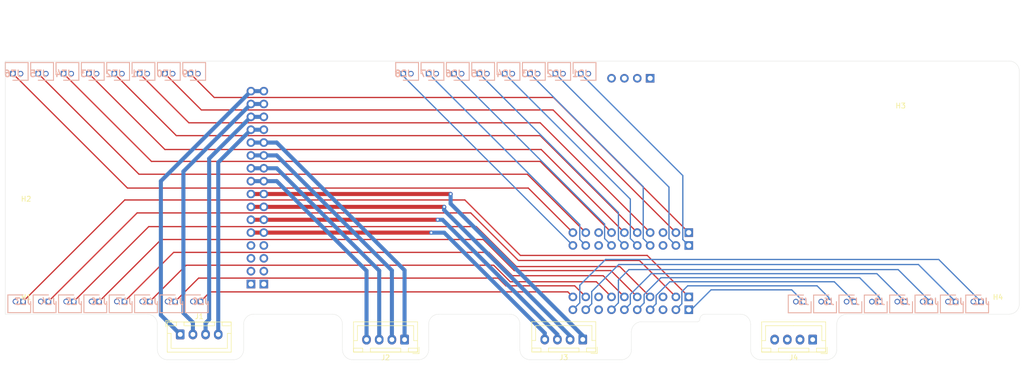
<source format=kicad_pcb>
(kicad_pcb (version 20240108) (generator "pcbnew") (generator_version "8.0")
  (layers (0 "F.Cu" signal) (31 "B.Cu" signal) (34 "B.Paste" user) (35 "F.Paste" user) (36 "B.SilkS" user "B.Silkscreen") (37 "F.SilkS" user "F.Silkscreen") (38 "B.Mask" user) (39 "F.Mask" user) (44 "Edge.Cuts" user))
  (net 0 "")
  (net 1 "Net-(J1-Pin_4)")
  (net 2 "Net-(J1-Pin_3)")
  (net 3 "Net-(J1-Pin_2)")
  (net 4 "Net-(J1-Pin_1)")
  (net 5 "Net-(J2-Pin_4)")
  (net 6 "Net-(J2-Pin_3)")
  (net 7 "Net-(J2-Pin_2)")
  (net 8 "Net-(J2-Pin_1)")
  (net 9 "Net-(J3-Pin_3)")
  (net 10 "Net-(J3-Pin_1)")
  (net 11 "Net-(J3-Pin_4)")
  (net 12 "Net-(J3-Pin_2)")
  (net 13 "Net-(J37-Pin_2)")
  (net 14 "Net-(J37-Pin_4)")
  (net 15 "Net-(J37-Pin_3)")
  (net 16 "Net-(J37-Pin_1)")
  (net 17 "T0")
  (net 18 "Earth")
  (net 19 "T1")
  (net 20 "T2")
  (net 21 "T3")
  (net 22 "T4")
  (net 23 "T5")
  (net 24 "T6")
  (net 25 "T7")
  (net 26 "T8")
  (net 27 "T9")
  (net 28 "T10")
  (net 29 "T11")
  (net 30 "T12")
  (net 31 "T13")
  (net 32 "T14")
  (net 33 "T15")
  (net 34 "T16")
  (net 35 "T17")
  (net 36 "T18")
  (net 37 "T19")
  (net 38 "T20")
  (net 39 "T21")
  (net 40 "T22")
  (net 41 "T23")
  (net 42 "T24")
  (net 43 "T25")
  (net 44 "T26")
  (net 45 "T27")
  (net 46 "T28")
  (net 47 "T29")
  (net 48 "T30")
  (net 49 "T31")
  (footprint "MountingHole:MountingHole_4.3mm_M4_DIN965" (layer "F.Cu") (at 246.8 103.9 180)
    (property "Reference" "H4" (at 0 -4.75 360) (layer "F.SilkS"))
    (property "Value" "MountingHole")
    (pad "" np_thru_hole circle (at 0 0 180) (size 4.3 4.3) (drill 4.3) (layers "*.Cu" "*.Mask"))
  )
  (footprint "Connector_PinHeader_2.54mm:PinHeader_1x04_P2.54mm_Vertical" (layer "F.Cu") (at 178.19 65.41 -90)
    (property "Reference" "J43" (hide yes))
    (property "Value" "B2B_DUMMY")
    (pad "1" thru_hole rect (at 0 0 270) (size 1.7 1.7) (drill 1) (layers "*.Cu" "*.Mask") (net 18 "Earth"))
    (pad "2" thru_hole oval (at 0 2.54 270) (size 1.7 1.7) (drill 1) (layers "*.Cu" "*.Mask") (net 18 "Earth"))
    (pad "3" thru_hole oval (at 0 5.08 270) (size 1.7 1.7) (drill 1) (layers "*.Cu" "*.Mask") (net 18 "Earth"))
    (pad "4" thru_hole oval (at 0 7.62 270) (size 1.7 1.7) (drill 1) (layers "*.Cu" "*.Mask") (net 18 "Earth"))
  )
  (footprint "Connector_JST:JST_XH_B4B-XH-A_1x04_P2.50mm_Vertical" (layer "F.Cu") (at 85.5 116)
    (property "Reference" "J1" (at 3.75 -3.55 360) (layer "F.SilkS"))
    (property "Value" "V11-14")
    (pad "1" thru_hole roundrect (at 0 0) (size 1.7 1.95) (drill 0.95) (layers "*.Cu" "*.Mask") (roundrect_rratio 0.147059) (net 4 "Net-(J1-Pin_1)"))
    (pad "2" thru_hole oval (at 2.5 0) (size 1.7 1.95) (drill 0.95) (layers "*.Cu" "*.Mask") (net 3 "Net-(J1-Pin_2)"))
    (pad "3" thru_hole oval (at 5 0) (size 1.7 1.95) (drill 0.95) (layers "*.Cu" "*.Mask") (net 2 "Net-(J1-Pin_3)"))
    (pad "4" thru_hole oval (at 7.5 0) (size 1.7 1.95) (drill 0.95) (layers "*.Cu" "*.Mask") (net 1 "Net-(J1-Pin_4)"))
  )
  (footprint "Connector_PinHeader_2.54mm:PinHeader_1x16_P2.54mm_Vertical" (layer "F.Cu") (at 99.45 106.05 180)
    (property "Reference" "J40" (hide yes))
    (property "Value" "B2B_CELL_TAPS_2")
    (pad "1" thru_hole rect (at 0 0 180) (size 1.7 1.7) (drill 1) (layers "*.Cu" "*.Mask") (net 16 "Net-(J37-Pin_1)"))
    (pad "2" thru_hole oval (at 0 2.54 180) (size 1.7 1.7) (drill 1) (layers "*.Cu" "*.Mask") (net 13 "Net-(J37-Pin_2)"))
    (pad "3" thru_hole oval (at 0 5.08 180) (size 1.7 1.7) (drill 1) (layers "*.Cu" "*.Mask") (net 15 "Net-(J37-Pin_3)"))
    (pad "4" thru_hole oval (at 0 7.62 180) (size 1.7 1.7) (drill 1) (layers "*.Cu" "*.Mask") (net 14 "Net-(J37-Pin_4)"))
    (pad "5" thru_hole oval (at 0 10.16 180) (size 1.7 1.7) (drill 1) (layers "*.Cu" "*.Mask") (net 11 "Net-(J3-Pin_4)"))
    (pad "6" thru_hole oval (at 0 12.7 180) (size 1.7 1.7) (drill 1) (layers "*.Cu" "*.Mask") (net 9 "Net-(J3-Pin_3)"))
    (pad "7" thru_hole oval (at 0 15.24 180) (size 1.7 1.7) (drill 1) (layers "*.Cu" "*.Mask") (net 12 "Net-(J3-Pin_2)"))
    (pad "8" thru_hole oval (at 0 17.78 180) (size 1.7 1.7) (drill 1) (layers "*.Cu" "*.Mask") (net 10 "Net-(J3-Pin_1)"))
    (pad "9" thru_hole oval (at 0 20.32 180) (size 1.7 1.7) (drill 1) (layers "*.Cu" "*.Mask") (net 5 "Net-(J2-Pin_4)"))
    (pad "10" thru_hole oval (at 0 22.86 180) (size 1.7 1.7) (drill 1) (layers "*.Cu" "*.Mask") (net 6 "Net-(J2-Pin_3)"))
    (pad "11" thru_hole oval (at 0 25.4 180) (size 1.7 1.7) (drill 1) (layers "*.Cu" "*.Mask") (net 7 "Net-(J2-Pin_2)"))
    (pad "12" thru_hole oval (at 0 27.94 180) (size 1.7 1.7) (drill 1) (layers "*.Cu" "*.Mask") (net 8 "Net-(J2-Pin_1)"))
    (pad "13" thru_hole oval (at 0 30.48 180) (size 1.7 1.7) (drill 1) (layers "*.Cu" "*.Mask") (net 1 "Net-(J1-Pin_4)"))
    (pad "14" thru_hole oval (at 0 33.02 180) (size 1.7 1.7) (drill 1) (layers "*.Cu" "*.Mask") (net 2 "Net-(J1-Pin_3)"))
    (pad "15" thru_hole oval (at 0 35.56 180) (size 1.7 1.7) (drill 1) (layers "*.Cu" "*.Mask") (net 3 "Net-(J1-Pin_2)"))
    (pad "16" thru_hole oval (at 0 38.1 180) (size 1.7 1.7) (drill 1) (layers "*.Cu" "*.Mask") (net 4 "Net-(J1-Pin_1)"))
  )
  (footprint "Connector_PinHeader_2.54mm:PinHeader_1x10_P2.54mm_Vertical" (layer "F.Cu") (at 185.81 111.13 -90)
    (property "Reference" "J38" (hide yes))
    (property "Value" "B2B_NTC_1")
    (pad "1" thru_hole rect (at 0 0 270) (size 1.7 1.7) (drill 1) (layers "*.Cu" "*.Mask") (net 17 "T0"))
    (pad "2" thru_hole oval (at 0 2.54 270) (size 1.7 1.7) (drill 1) (layers "*.Cu" "*.Mask") (net 19 "T1"))
    (pad "3" thru_hole oval (at 0 5.08 270) (size 1.7 1.7) (drill 1) (layers "*.Cu" "*.Mask") (net 18 "Earth"))
    (pad "4" thru_hole oval (at 0 7.62 270) (size 1.7 1.7) (drill 1) (layers "*.Cu" "*.Mask") (net 20 "T2"))
    (pad "5" thru_hole oval (at 0 10.16 270) (size 1.7 1.7) (drill 1) (layers "*.Cu" "*.Mask") (net 21 "T3"))
    (pad "6" thru_hole oval (at 0 12.7 270) (size 1.7 1.7) (drill 1) (layers "*.Cu" "*.Mask") (net 22 "T4"))
    (pad "7" thru_hole oval (at 0 15.24 270) (size 1.7 1.7) (drill 1) (layers "*.Cu" "*.Mask") (net 23 "T5"))
    (pad "8" thru_hole oval (at 0 17.78 270) (size 1.7 1.7) (drill 1) (layers "*.Cu" "*.Mask") (net 18 "Earth"))
    (pad "9" thru_hole oval (at 0 20.32 270) (size 1.7 1.7) (drill 1) (layers "*.Cu" "*.Mask") (net 24 "T6"))
    (pad "10" thru_hole oval (at 0 22.86 270) (size 1.7 1.7) (drill 1) (layers "*.Cu" "*.Mask") (net 25 "T7"))
  )
  (footprint "MountingHole:MountingHole_4.3mm_M4_DIN965" (layer "F.Cu") (at 55.1 103.9 180)
    (property "Reference" "H1" (at 0 -4.75 360) (layer "F.SilkS"))
    (property "Value" "MountingHole")
    (pad "" np_thru_hole circle (at 0 0 180) (size 4.3 4.3) (drill 4.3) (layers "*.Cu" "*.Mask"))
  )
  (footprint "MountingHole:MountingHole_4.3mm_M4_DIN965" (layer "F.Cu") (at 227.6 66.1 180)
    (property "Reference" "H3" (at 0 -4.75 360) (layer "F.SilkS"))
    (property "Value" "MountingHole")
    (pad "" np_thru_hole circle (at 0 0 180) (size 4.3 4.3) (drill 4.3) (layers "*.Cu" "*.Mask"))
  )
  (footprint "Connector_PinHeader_2.54mm:PinHeader_1x10_P2.54mm_Vertical" (layer "F.Cu") (at 185.81 108.59 -90)
    (property "Reference" "J39" (hide yes))
    (property "Value" "B2B_NTC_2")
    (pad "1" thru_hole rect (at 0 0 270) (size 1.7 1.7) (drill 1) (layers "*.Cu" "*.Mask") (net 26 "T8"))
    (pad "2" thru_hole oval (at 0 2.54 270) (size 1.7 1.7) (drill 1) (layers "*.Cu" "*.Mask") (net 27 "T9"))
    (pad "3" thru_hole oval (at 0 5.08 270) (size 1.7 1.7) (drill 1) (layers "*.Cu" "*.Mask") (net 18 "Earth"))
    (pad "4" thru_hole oval (at 0 7.62 270) (size 1.7 1.7) (drill 1) (layers "*.Cu" "*.Mask") (net 28 "T10"))
    (pad "5" thru_hole oval (at 0 10.16 270) (size 1.7 1.7) (drill 1) (layers "*.Cu" "*.Mask") (net 29 "T11"))
    (pad "6" thru_hole oval (at 0 12.7 270) (size 1.7 1.7) (drill 1) (layers "*.Cu" "*.Mask") (net 30 "T12"))
    (pad "7" thru_hole oval (at 0 15.24 270) (size 1.7 1.7) (drill 1) (layers "*.Cu" "*.Mask") (net 31 "T13"))
    (pad "8" thru_hole oval (at 0 17.78 270) (size 1.7 1.7) (drill 1) (layers "*.Cu" "*.Mask") (net 18 "Earth"))
    (pad "9" thru_hole oval (at 0 20.32 270) (size 1.7 1.7) (drill 1) (layers "*.Cu" "*.Mask") (net 32 "T14"))
    (pad "10" thru_hole oval (at 0 22.86 270) (size 1.7 1.7) (drill 1) (layers "*.Cu" "*.Mask") (net 33 "T15"))
  )
  (footprint "Connector_PinHeader_2.54mm:PinHeader_1x10_P2.54mm_Vertical" (layer "F.Cu") (at 185.81 98.43 -90)
    (property "Reference" "J41" (hide yes))
    (property "Value" "B2B_NTC_3")
    (pad "1" thru_hole rect (at 0 0 270) (size 1.7 1.7) (drill 1) (layers "*.Cu" "*.Mask") (net 34 "T16"))
    (pad "2" thru_hole oval (at 0 2.54 270) (size 1.7 1.7) (drill 1) (layers "*.Cu" "*.Mask") (net 35 "T17"))
    (pad "3" thru_hole oval (at 0 5.08 270) (size 1.7 1.7) (drill 1) (layers "*.Cu" "*.Mask") (net 18 "Earth"))
    (pad "4" thru_hole oval (at 0 7.62 270) (size 1.7 1.7) (drill 1) (layers "*.Cu" "*.Mask") (net 36 "T18"))
    (pad "5" thru_hole oval (at 0 10.16 270) (size 1.7 1.7) (drill 1) (layers "*.Cu" "*.Mask") (net 37 "T19"))
    (pad "6" thru_hole oval (at 0 12.7 270) (size 1.7 1.7) (drill 1) (layers "*.Cu" "*.Mask") (net 38 "T20"))
    (pad "7" thru_hole oval (at 0 15.24 270) (size 1.7 1.7) (drill 1) (layers "*.Cu" "*.Mask") (net 39 "T21"))
    (pad "8" thru_hole oval (at 0 17.78 270) (size 1.7 1.7) (drill 1) (layers "*.Cu" "*.Mask") (net 18 "Earth"))
    (pad "9" thru_hole oval (at 0 20.32 270) (size 1.7 1.7) (drill 1) (layers "*.Cu" "*.Mask") (net 40 "T22"))
    (pad "10" thru_hole oval (at 0 22.86 270) (size 1.7 1.7) (drill 1) (layers "*.Cu" "*.Mask") (net 41 "T23"))
  )
  (footprint "MountingHole:MountingHole_4.3mm_M4_DIN965" (layer "F.Cu") (at 55.1 84.5 180)
    (property "Reference" "H2" (at 0 -4.75 360) (layer "F.SilkS"))
    (property "Value" "MountingHole")
    (pad "" np_thru_hole circle (at 0 0 180) (size 4.3 4.3) (drill 4.3) (layers "*.Cu" "*.Mask"))
  )
  (footprint "Connector_JST:JST_XH_B4B-XH-A_1x04_P2.50mm_Vertical" (layer "F.Cu") (at 164.9 117 180)
    (property "Reference" "J3" (at 3.75 -3.55 360) (layer "F.SilkS"))
    (property "Value" "V3-6")
    (pad "1" thru_hole roundrect (at 0 0 180) (size 1.7 1.95) (drill 0.95) (layers "*.Cu" "*.Mask") (roundrect_rratio 0.147059) (net 10 "Net-(J3-Pin_1)"))
    (pad "2" thru_hole oval (at 2.5 0 180) (size 1.7 1.95) (drill 0.95) (layers "*.Cu" "*.Mask") (net 12 "Net-(J3-Pin_2)"))
    (pad "3" thru_hole oval (at 5 0 180) (size 1.7 1.95) (drill 0.95) (layers "*.Cu" "*.Mask") (net 9 "Net-(J3-Pin_3)"))
    (pad "4" thru_hole oval (at 7.5 0 180) (size 1.7 1.95) (drill 0.95) (layers "*.Cu" "*.Mask") (net 11 "Net-(J3-Pin_4)"))
  )
  (footprint "Connector_PinHeader_2.54mm:PinHeader_1x10_P2.54mm_Vertical" (layer "F.Cu") (at 185.81 95.89 -90)
    (property "Reference" "J42" (hide yes))
    (property "Value" "B2B_NTC_4")
    (pad "1" thru_hole rect (at 0 0 270) (size 1.7 1.7) (drill 1) (layers "*.Cu" "*.Mask") (net 42 "T24"))
    (pad "2" thru_hole oval (at 0 2.54 270) (size 1.7 1.7) (drill 1) (layers "*.Cu" "*.Mask") (net 43 "T25"))
    (pad "3" thru_hole oval (at 0 5.08 270) (size 1.7 1.7) (drill 1) (layers "*.Cu" "*.Mask") (net 18 "Earth"))
    (pad "4" thru_hole oval (at 0 7.62 270) (size 1.7 1.7) (drill 1) (layers "*.Cu" "*.Mask") (net 44 "T26"))
    (pad "5" thru_hole oval (at 0 10.16 270) (size 1.7 1.7) (drill 1) (layers "*.Cu" "*.Mask") (net 45 "T27"))
    (pad "6" thru_hole oval (at 0 12.7 270) (size 1.7 1.7) (drill 1) (layers "*.Cu" "*.Mask") (net 46 "T28"))
    (pad "7" thru_hole oval (at 0 15.24 270) (size 1.7 1.7) (drill 1) (layers "*.Cu" "*.Mask") (net 47 "T29"))
    (pad "8" thru_hole oval (at 0 17.78 270) (size 1.7 1.7) (drill 1) (layers "*.Cu" "*.Mask") (net 18 "Earth"))
    (pad "9" thru_hole oval (at 0 20.32 270) (size 1.7 1.7) (drill 1) (layers "*.Cu" "*.Mask") (net 48 "T30"))
    (pad "10" thru_hole oval (at 0 22.86 270) (size 1.7 1.7) (drill 1) (layers "*.Cu" "*.Mask") (net 49 "T31"))
  )
  (footprint "Connector_JST:JST_XH_B4B-XH-A_1x04_P2.50mm_Vertical" (layer "F.Cu") (at 129.75 117.025 180)
    (property "Reference" "J2" (at 3.75 -3.55 360) (layer "F.SilkS"))
    (property "Value" "V7-10")
    (pad "1" thru_hole roundrect (at 0 0 180) (size 1.7 1.95) (drill 0.95) (layers "*.Cu" "*.Mask") (roundrect_rratio 0.147059) (net 8 "Net-(J2-Pin_1)"))
    (pad "2" thru_hole oval (at 2.5 0 180) (size 1.7 1.95) (drill 0.95) (layers "*.Cu" "*.Mask") (net 7 "Net-(J2-Pin_2)"))
    (pad "3" thru_hole oval (at 5 0 180) (size 1.7 1.95) (drill 0.95) (layers "*.Cu" "*.Mask") (net 6 "Net-(J2-Pin_3)"))
    (pad "4" thru_hole oval (at 7.5 0 180) (size 1.7 1.95) (drill 0.95) (layers "*.Cu" "*.Mask") (net 5 "Net-(J2-Pin_4)"))
  )
  (footprint "Connector_JST:JST_XH_B4B-XH-A_1x04_P2.50mm_Vertical" (layer "F.Cu") (at 210.25 117.025 180)
    (property "Reference" "J4" (at 3.75 -3.55 360) (layer "F.SilkS"))
    (property "Value" "V0-2")
    (pad "1" thru_hole roundrect (at 0 0 180) (size 1.7 1.95) (drill 0.95) (layers "*.Cu" "*.Mask") (roundrect_rratio 0.147059) (net 14 "Net-(J37-Pin_4)"))
    (pad "2" thru_hole oval (at 2.5 0 180) (size 1.7 1.95) (drill 0.95) (layers "*.Cu" "*.Mask") (net 15 "Net-(J37-Pin_3)"))
    (pad "3" thru_hole oval (at 5 0 180) (size 1.7 1.95) (drill 0.95) (layers "*.Cu" "*.Mask") (net 13 "Net-(J37-Pin_2)"))
    (pad "4" thru_hole oval (at 7.5 0 180) (size 1.7 1.95) (drill 0.95) (layers "*.Cu" "*.Mask") (net 16 "Net-(J37-Pin_1)"))
  )
  (footprint "Connector_PinHeader_2.54mm:PinHeader_1x16_P2.54mm_Vertical" (layer "F.Cu") (at 101.99 106.05 180)
    (property "Reference" "J37" (hide yes))
    (property "Value" "B2B_CELL_TAPS_1")
    (pad "1" thru_hole rect (at 0 0 180) (size 1.7 1.7) (drill 1) (layers "*.Cu" "*.Mask") (net 16 "Net-(J37-Pin_1)"))
    (pad "2" thru_hole oval (at 0 2.54 180) (size 1.7 1.7) (drill 1) (layers "*.Cu" "*.Mask") (net 13 "Net-(J37-Pin_2)"))
    (pad "3" thru_hole oval (at 0 5.08 180) (size 1.7 1.7) (drill 1) (layers "*.Cu" "*.Mask") (net 15 "Net-(J37-Pin_3)"))
    (pad "4" thru_hole oval (at 0 7.62 180) (size 1.7 1.7) (drill 1) (layers "*.Cu" "*.Mask") (net 14 "Net-(J37-Pin_4)"))
    (pad "5" thru_hole oval (at 0 10.16 180) (size 1.7 1.7) (drill 1) (layers "*.Cu" "*.Mask") (net 11 "Net-(J3-Pin_4)"))
    (pad "6" thru_hole oval (at 0 12.7 180) (size 1.7 1.7) (drill 1) (layers "*.Cu" "*.Mask") (net 9 "Net-(J3-Pin_3)"))
    (pad "7" thru_hole oval (at 0 15.24 180) (size 1.7 1.7) (drill 1) (layers "*.Cu" "*.Mask") (net 12 "Net-(J3-Pin_2)"))
    (pad "8" thru_hole oval (at 0 17.78 180) (size 1.7 1.7) (drill 1) (layers "*.Cu" "*.Mask") (net 10 "Net-(J3-Pin_1)"))
    (pad "9" thru_hole oval (at 0 20.32 180) (size 1.7 1.7) (drill 1) (layers "*.Cu" "*.Mask") (net 5 "Net-(J2-Pin_4)"))
    (pad "10" thru_hole oval (at 0 22.86 180) (size 1.7 1.7) (drill 1) (layers "*.Cu" "*.Mask") (net 6 "Net-(J2-Pin_3)"))
    (pad "11" thru_hole oval (at 0 25.4 180) (size 1.7 1.7) (drill 1) (layers "*.Cu" "*.Mask") (net 7 "Net-(J2-Pin_2)"))
    (pad "12" thru_hole oval (at 0 27.94 180) (size 1.7 1.7) (drill 1) (layers "*.Cu" "*.Mask") (net 8 "Net-(J2-Pin_1)"))
    (pad "13" thru_hole oval (at 0 30.48 180) (size 1.7 1.7) (drill 1) (layers "*.Cu" "*.Mask") (net 1 "Net-(J1-Pin_4)"))
    (pad "14" thru_hole oval (at 0 33.02 180) (size 1.7 1.7) (drill 1) (layers "*.Cu" "*.Mask") (net 2 "Net-(J1-Pin_3)"))
    (pad "15" thru_hole oval (at 0 35.56 180) (size 1.7 1.7) (drill 1) (layers "*.Cu" "*.Mask") (net 3 "Net-(J1-Pin_2)"))
    (pad "16" thru_hole oval (at 0 38.1 180) (size 1.7 1.7) (drill 1) (layers "*.Cu" "*.Mask") (net 4 "Net-(J1-Pin_1)"))
  )
  (footprint "Samacsys:SHDR2W50P0X150_1X2_450X350X450P" (layer "B.Cu") (at 79.5 109.5)
    (property "Reference" "J18" (at 0 0 0) (layer "B.SilkS") (effects (font (size 1.27 1.27) (thickness 0.254)) (justify mirror)))
    (property "Value" "Conn_01x02_Pin" (hide yes))
    (pad "1" thru_hole rect (at 0 0) (size 1.1 1.1) (drill 0.7) (layers "*.Cu" "*.Mask") (net 31 "T13"))
    (pad "2" thru_hole circle (at -1.5 0) (size 1.1 1.1) (drill 0.7) (layers "*.Cu" "*.Mask") (net 18 "Earth"))
  )
  (footprint "Samacsys:SHDR2W50P0X150_1X2_450X350X450P" (layer "B.Cu") (at 139.5 64.5 180)
    (property "Reference" "J26" (at 0 0 0) (layer "B.SilkS") (effects (font (size 1.27 1.27) (thickness 0.254)) (justify mirror)))
    (property "Value" "Conn_01x02_Pin" (hide yes))
    (pad "1" thru_hole rect (at 0 0 180) (size 1.1 1.1) (drill 0.7) (layers "*.Cu" "*.Mask") (net 39 "T21"))
    (pad "2" thru_hole circle (at -1.5 0 180) (size 1.1 1.1) (drill 0.7) (layers "*.Cu" "*.Mask") (net 18 "Earth"))
  )
  (footprint "Samacsys:SHDR2W50P0X150_1X2_450X350X450P" (layer "B.Cu") (at 129.5 64.5 180)
    (property "Reference" "J28" (at 0 0 0) (layer "B.SilkS") (effects (font (size 1.27 1.27) (thickness 0.254)) (justify mirror)))
    (property "Value" "Conn_01x02_Pin" (hide yes))
    (pad "1" thru_hole rect (at 0 0 180) (size 1.1 1.1) (drill 0.7) (layers "*.Cu" "*.Mask") (net 41 "T23"))
    (pad "2" thru_hole circle (at -1.5 0 180) (size 1.1 1.1) (drill 0.7) (layers "*.Cu" "*.Mask") (net 18 "Earth"))
  )
  (footprint "Samacsys:SHDR2W50P0X150_1X2_450X350X450P" (layer "B.Cu") (at 89.5 109.5)
    (property "Reference" "J20" (at 0 0 0) (layer "B.SilkS") (effects (font (size 1.27 1.27) (thickness 0.254)) (justify mirror)))
    (property "Value" "Conn_01x02_Pin" (hide yes))
    (pad "1" thru_hole rect (at 0 0) (size 1.1 1.1) (drill 0.7) (layers "*.Cu" "*.Mask") (net 33 "T15"))
    (pad "2" thru_hole circle (at -1.5 0) (size 1.1 1.1) (drill 0.7) (layers "*.Cu" "*.Mask") (net 18 "Earth"))
  )
  (footprint "Samacsys:SHDR2W50P0X150_1X2_450X350X450P" (layer "B.Cu") (at 223.438 109.525)
    (property "Reference" "J8" (at 0 0 0) (layer "B.SilkS") (effects (font (size 1.27 1.27) (thickness 0.254)) (justify mirror)))
    (property "Value" "Conn_01x02_Pin" (hide yes))
    (pad "1" thru_hole rect (at 0 0) (size 1.1 1.1) (drill 0.7) (layers "*.Cu" "*.Mask") (net 21 "T3"))
    (pad "2" thru_hole circle (at -1.5 0) (size 1.1 1.1) (drill 0.7) (layers "*.Cu" "*.Mask") (net 18 "Earth"))
  )
  (footprint "Samacsys:SHDR2W50P0X150_1X2_450X350X450P" (layer "B.Cu") (at 134.5 64.5 180)
    (property "Reference" "J27" (at 0 0 0) (layer "B.SilkS") (effects (font (size 1.27 1.27) (thickness 0.254)) (justify mirror)))
    (property "Value" "Conn_01x02_Pin" (hide yes))
    (pad "1" thru_hole rect (at 0 0 180) (size 1.1 1.1) (drill 0.7) (layers "*.Cu" "*.Mask") (net 40 "T22"))
    (pad "2" thru_hole circle (at -1.5 0 180) (size 1.1 1.1) (drill 0.7) (layers "*.Cu" "*.Mask") (net 18 "Earth"))
  )
  (footprint "Samacsys:SHDR2W50P0X150_1X2_450X350X450P" (layer "B.Cu") (at 164.5 64.5 180)
    (property "Reference" "J21" (at 0 0 0) (layer "B.SilkS") (effects (font (size 1.27 1.27) (thickness 0.254)) (justify mirror)))
    (property "Value" "Conn_01x02_Pin" (hide yes))
    (pad "1" thru_hole rect (at 0 0 180) (size 1.1 1.1) (drill 0.7) (layers "*.Cu" "*.Mask") (net 34 "T16"))
    (pad "2" thru_hole circle (at -1.5 0 180) (size 1.1 1.1) (drill 0.7) (layers "*.Cu" "*.Mask") (net 18 "Earth"))
  )
  (footprint "Samacsys:SHDR2W50P0X150_1X2_450X350X450P" (layer "B.Cu") (at 159.5 64.5 180)
    (property "Reference" "J22" (at 0 0 0) (layer "B.SilkS") (effects (font (size 1.27 1.27) (thickness 0.254)) (justify mirror)))
    (property "Value" "Conn_01x02_Pin" (hide yes))
    (pad "1" thru_hole rect (at 0 0 180) (size 1.1 1.1) (drill 0.7) (layers "*.Cu" "*.Mask") (net 35 "T17"))
    (pad "2" thru_hole circle (at -1.5 0 180) (size 1.1 1.1) (drill 0.7) (layers "*.Cu" "*.Mask") (net 18 "Earth"))
  )
  (footprint "Samacsys:SHDR2W50P0X150_1X2_450X350X450P" (layer "B.Cu") (at 218.438 109.525)
    (property "Reference" "J7" (at 0 0 0) (layer "B.SilkS") (effects (font (size 1.27 1.27) (thickness 0.254)) (justify mirror)))
    (property "Value" "Conn_01x02_Pin" (hide yes))
    (pad "1" thru_hole rect (at 0 0) (size 1.1 1.1) (drill 0.7) (layers "*.Cu" "*.Mask") (net 20 "T2"))
    (pad "2" thru_hole circle (at -1.5 0) (size 1.1 1.1) (drill 0.7) (layers "*.Cu" "*.Mask") (net 18 "Earth"))
  )
  (footprint "Samacsys:SHDR2W50P0X150_1X2_450X350X450P" (layer "B.Cu") (at 62.5 64.5 180)
    (property "Reference" "J34" (at 0 0 0) (layer "B.SilkS") (effects (font (size 1.27 1.27) (thickness 0.254)) (justify mirror)))
    (property "Value" "Conn_01x02_Pin" (hide yes))
    (pad "1" thru_hole rect (at 0 0 180) (size 1.1 1.1) (drill 0.7) (layers "*.Cu" "*.Mask") (net 47 "T29"))
    (pad "2" thru_hole circle (at -1.5 0 180) (size 1.1 1.1) (drill 0.7) (layers "*.Cu" "*.Mask") (net 18 "Earth"))
  )
  (footprint "Samacsys:SHDR2W50P0X150_1X2_450X350X450P" (layer "B.Cu") (at 149.5 64.5 180)
    (property "Reference" "J24" (at 0 0 0) (layer "B.SilkS") (effects (font (size 1.27 1.27) (thickness 0.254)) (justify mirror)))
    (property "Value" "Conn_01x02_Pin" (hide yes))
    (pad "1" thru_hole rect (at 0 0 180) (size 1.1 1.1) (drill 0.7) (layers "*.Cu" "*.Mask") (net 37 "T19"))
    (pad "2" thru_hole circle (at -1.5 0 180) (size 1.1 1.1) (drill 0.7) (layers "*.Cu" "*.Mask") (net 18 "Earth"))
  )
  (footprint "Samacsys:SHDR2W50P0X150_1X2_450X350X450P" (layer "B.Cu") (at 64.5 109.5)
    (property "Reference" "J15" (at 0 0 0) (layer "B.SilkS") (effects (font (size 1.27 1.27) (thickness 0.254)) (justify mirror)))
    (property "Value" "Conn_01x02_Pin" (hide yes))
    (pad "1" thru_hole rect (at 0 0) (size 1.1 1.1) (drill 0.7) (layers "*.Cu" "*.Mask") (net 28 "T10"))
    (pad "2" thru_hole circle (at -1.5 0) (size 1.1 1.1) (drill 0.7) (layers "*.Cu" "*.Mask") (net 18 "Earth"))
  )
  (footprint "Samacsys:SHDR2W50P0X150_1X2_450X350X450P" (layer "B.Cu") (at 82.5 64.5 180)
    (property "Reference" "J30" (at 0 0 0) (layer "B.SilkS") (effects (font (size 1.27 1.27) (thickness 0.254)) (justify mirror)))
    (property "Value" "Conn_01x02_Pin" (hide yes))
    (pad "1" thru_hole rect (at 0 0 180) (size 1.1 1.1) (drill 0.7) (layers "*.Cu" "*.Mask") (net 43 "T25"))
    (pad "2" thru_hole circle (at -1.5 0 180) (size 1.1 1.1) (drill 0.7) (layers "*.Cu" "*.Mask") (net 18 "Earth"))
  )
  (footprint "Samacsys:SHDR2W50P0X150_1X2_450X350X450P" (layer "B.Cu") (at 52.5 64.5 180)
    (property "Reference" "J36" (at 0 0 0) (layer "B.SilkS") (effects (font (size 1.27 1.27) (thickness 0.254)) (justify mirror)))
    (property "Value" "Conn_01x02_Pin" (hide yes))
    (pad "1" thru_hole rect (at 0 0 180) (size 1.1 1.1) (drill 0.7) (layers "*.Cu" "*.Mask") (net 49 "T31"))
    (pad "2" thru_hole circle (at -1.5 0 180) (size 1.1 1.1) (drill 0.7) (layers "*.Cu" "*.Mask") (net 18 "Earth"))
  )
  (footprint "Samacsys:SHDR2W50P0X150_1X2_450X350X450P" (layer "B.Cu") (at 67.5 64.5 180)
    (property "Reference" "J33" (at 0 0 0) (layer "B.SilkS") (effects (font (size 1.27 1.27) (thickness 0.254)) (justify mirror)))
    (property "Value" "Conn_01x02_Pin" (hide yes))
    (pad "1" thru_hole rect (at 0 0 180) (size 1.1 1.1) (drill 0.7) (layers "*.Cu" "*.Mask") (net 46 "T28"))
    (pad "2" thru_hole circle (at -1.5 0 180) (size 1.1 1.1) (drill 0.7) (layers "*.Cu" "*.Mask") (net 18 "Earth"))
  )
  (footprint "Samacsys:SHDR2W50P0X150_1X2_450X350X450P" (layer "B.Cu") (at 228.438 109.525)
    (property "Reference" "J9" (at 0 0 0) (layer "B.SilkS") (effects (font (size 1.27 1.27) (thickness 0.254)) (justify mirror)))
    (property "Value" "Conn_01x02_Pin" (hide yes))
    (pad "1" thru_hole rect (at 0 0) (size 1.1 1.1) (drill 0.7) (layers "*.Cu" "*.Mask") (net 22 "T4"))
    (pad "2" thru_hole circle (at -1.5 0) (size 1.1 1.1) (drill 0.7) (layers "*.Cu" "*.Mask") (net 18 "Earth"))
  )
  (footprint "Samacsys:SHDR2W50P0X150_1X2_450X350X450P" (layer "B.Cu") (at 154.5 64.5 180)
    (property "Reference" "J23" (at 0 0 0) (layer "B.SilkS") (effects (font (size 1.27 1.27) (thickness 0.254)) (justify mirror)))
    (property "Value" "Conn_01x02_Pin" (hide yes))
    (pad "1" thru_hole rect (at 0 0 180) (size 1.1 1.1) (drill 0.7) (layers "*.Cu" "*.Mask") (net 36 "T18"))
    (pad "2" thru_hole circle (at -1.5 0 180) (size 1.1 1.1) (drill 0.7) (layers "*.Cu" "*.Mask") (net 18 "Earth"))
  )
  (footprint "Samacsys:SHDR2W50P0X150_1X2_450X350X450P" (layer "B.Cu") (at 77.5 64.5 180)
    (property "Reference" "J31" (at 0 0 0) (layer "B.SilkS") (effects (font (size 1.27 1.27) (thickness 0.254)) (justify mirror)))
    (property "Value" "Conn_01x02_Pin" (hide yes))
    (pad "1" thru_hole rect (at 0 0 180) (size 1.1 1.1) (drill 0.7) (layers "*.Cu" "*.Mask") (net 44 "T26"))
    (pad "2" thru_hole circle (at -1.5 0 180) (size 1.1 1.1) (drill 0.7) (layers "*.Cu" "*.Mask") (net 18 "Earth"))
  )
  (footprint "Samacsys:SHDR2W50P0X150_1X2_450X350X450P" (layer "B.Cu") (at 69.5 109.5)
    (property "Reference" "J16" (at 0 0 0) (layer "B.SilkS") (effects (font (size 1.27 1.27) (thickness 0.254)) (justify mirror)))
    (property "Value" "Conn_01x02_Pin" (hide yes))
    (pad "1" thru_hole rect (at 0 0) (size 1.1 1.1) (drill 0.7) (layers "*.Cu" "*.Mask") (net 29 "T11"))
    (pad "2" thru_hole circle (at -1.5 0) (size 1.1 1.1) (drill 0.7) (layers "*.Cu" "*.Mask") (net 18 "Earth"))
  )
  (footprint "Samacsys:SHDR2W50P0X150_1X2_450X350X450P" (layer "B.Cu") (at 144.5 64.5 180)
    (property "Reference" "J25" (at 0 0 0) (layer "B.SilkS") (effects (font (size 1.27 1.27) (thickness 0.254)) (justify mirror)))
    (property "Value" "Conn_01x02_Pin" (hide yes))
    (pad "1" thru_hole rect (at 0 0 180) (size 1.1 1.1) (drill 0.7) (layers "*.Cu" "*.Mask") (net 38 "T20"))
    (pad "2" thru_hole circle (at -1.5 0 180) (size 1.1 1.1) (drill 0.7) (layers "*.Cu" "*.Mask") (net 18 "Earth"))
  )
  (footprint "Samacsys:SHDR2W50P0X150_1X2_450X350X450P" (layer "B.Cu") (at 72.5 64.5 180)
    (property "Reference" "J32" (at 0 0 0) (layer "B.SilkS") (effects (font (size 1.27 1.27) (thickness 0.254)) (justify mirror)))
    (property "Value" "Conn_01x02_Pin" (hide yes))
    (pad "1" thru_hole rect (at 0 0 180) (size 1.1 1.1) (drill 0.7) (layers "*.Cu" "*.Mask") (net 45 "T27"))
    (pad "2" thru_hole circle (at -1.5 0 180) (size 1.1 1.1) (drill 0.7) (layers "*.Cu" "*.Mask") (net 18 "Earth"))
  )
  (footprint "Samacsys:SHDR2W50P0X150_1X2_450X350X450P" (layer "B.Cu") (at 213.438 109.525)
    (property "Reference" "J6" (at 0 0 0) (layer "B.SilkS") (effects (font (size 1.27 1.27) (thickness 0.254)) (justify mirror)))
    (property "Value" "Conn_01x02_Pin" (hide yes))
    (pad "1" thru_hole rect (at 0 0) (size 1.1 1.1) (drill 0.7) (layers "*.Cu" "*.Mask") (net 19 "T1"))
    (pad "2" thru_hole circle (at -1.5 0) (size 1.1 1.1) (drill 0.7) (layers "*.Cu" "*.Mask") (net 18 "Earth"))
  )
  (footprint "Samacsys:SHDR2W50P0X150_1X2_450X350X450P" (layer "B.Cu") (at 238.438 109.525)
    (property "Reference" "J11" (at 0 0 0) (layer "B.SilkS") (effects (font (size 1.27 1.27) (thickness 0.254)) (justify mirror)))
    (property "Value" "Conn_01x02_Pin" (hide yes))
    (pad "1" thru_hole rect (at 0 0) (size 1.1 1.1) (drill 0.7) (layers "*.Cu" "*.Mask") (net 24 "T6"))
    (pad "2" thru_hole circle (at -1.5 0) (size 1.1 1.1) (drill 0.7) (layers "*.Cu" "*.Mask") (net 18 "Earth"))
  )
  (footprint "Samacsys:SHDR2W50P0X150_1X2_450X350X450P" (layer "B.Cu") (at 54.5 109.5)
    (property "Reference" "J13" (at 0 0 0) (layer "B.SilkS") (effects (font (size 1.27 1.27) (thickness 0.254)) (justify mirror)))
    (property "Value" "Conn_01x02_Pin" (hide yes))
    (pad "1" thru_hole rect (at 0 0) (size 1.1 1.1) (drill 0.7) (layers "*.Cu" "*.Mask") (net 26 "T8"))
    (pad "2" thru_hole circle (at -1.5 0) (size 1.1 1.1) (drill 0.7) (layers "*.Cu" "*.Mask") (net 18 "Earth"))
  )
  (footprint "Samacsys:SHDR2W50P0X150_1X2_450X350X450P" (layer "B.Cu") (at 87.5 64.5 180)
    (property "Reference" "J29" (at 0 0 0) (layer "B.SilkS") (effects (font (size 1.27 1.27) (thickness 0.254)) (justify mirror)))
    (property "Value" "Conn_01x02_Pin" (hide yes))
    (pad "1" thru_hole rect (at 0 0 180) (size 1.1 1.1) (drill 0.7) (layers "*.Cu" "*.Mask") (net 42 "T24"))
    (pad "2" thru_hole circle (at -1.5 0 180) (size 1.1 1.1) (drill 0.7) (layers "*.Cu" "*.Mask") (net 18 "Earth"))
  )
  (footprint "Samacsys:SHDR2W50P0X150_1X2_450X350X450P" (layer "B.Cu") (at 74.5 109.5)
    (property "Reference" "J17" (at 0 0 0) (layer "B.SilkS") (effects (font (size 1.27 1.27) (thickness 0.254)) (justify mirror)))
    (property "Value" "Conn_01x02_Pin" (hide yes))
    (pad "1" thru_hole rect (at 0 0) (size 1.1 1.1) (drill 0.7) (layers "*.Cu" "*.Mask") (net 30 "T12"))
    (pad "2" thru_hole circle (at -1.5 0) (size 1.1 1.1) (drill 0.7) (layers "*.Cu" "*.Mask") (net 18 "Earth"))
  )
  (footprint "Samacsys:SHDR2W50P0X150_1X2_450X350X450P" (layer "B.Cu") (at 57.5 64.5 180)
    (property "Reference" "J35" (at 0 0 0) (layer "B.SilkS") (effects (font (size 1.27 1.27) (thickness 0.254)) (justify mirror)))
    (property "Value" "Conn_01x02_Pin" (hide yes))
    (pad "1" thru_hole rect (at 0 0 180) (size 1.1 1.1) (drill 0.7) (layers "*.Cu" "*.Mask") (net 48 "T30"))
    (pad "2" thru_hole circle (at -1.5 0 180) (size 1.1 1.1) (drill 0.7) (layers "*.Cu" "*.Mask") (net 18 "Earth"))
  )
  (footprint "Samacsys:SHDR2W50P0X150_1X2_450X350X450P" (layer "B.Cu") (at 233.438 109.525)
    (property "Reference" "J10" (at 0 0 0) (layer "B.SilkS") (effects (font (size 1.27 1.27) (thickness 0.254)) (justify mirror)))
    (property "Value" "Conn_01x02_Pin" (hide yes))
    (pad "1" thru_hole rect (at 0 0) (size 1.1 1.1) (drill 0.7) (layers "*.Cu" "*.Mask") (net 23 "T5"))
    (pad "2" thru_hole circle (at -1.5 0) (size 1.1 1.1) (drill 0.7) (layers "*.Cu" "*.Mask") (net 18 "Earth"))
  )
  (footprint "Samacsys:SHDR2W50P0X150_1X2_450X350X450P" (layer "B.Cu") (at 59.5 109.5)
    (property "Reference" "J14" (at 0 0 0) (layer "B.SilkS") (effects (font (size 1.27 1.27) (thickness 0.254)) (justify mirror)))
    (property "Value" "Conn_01x02_Pin" (hide yes))
    (pad "1" thru_hole rect (at 0 0) (size 1.1 1.1) (drill 0.7) (layers "*.Cu" "*.Mask") (net 27 "T9"))
    (pad "2" thru_hole circle (at -1.5 0) (size 1.1 1.1) (drill 0.7) (layers "*.Cu" "*.Mask") (net 18 "Earth"))
  )
  (footprint "Samacsys:SHDR2W50P0X150_1X2_450X350X450P" (layer "B.Cu") (at 84.5 109.5)
    (property "Reference" "J19" (at 0 0 0) (layer "B.SilkS") (effects (font (size 1.27 1.27) (thickness 0.254)) (justify mirror)))
    (property "Value" "Conn_01x02_Pin" (hide yes))
    (pad "1" thru_hole rect (at 0 0) (size 1.1 1.1) (drill 0.7) (layers "*.Cu" "*.Mask") (net 32 "T14"))
    (pad "2" thru_hole circle (at -1.5 0) (size 1.1 1.1) (drill 0.7) (layers "*.Cu" "*.Mask") (net 18 "Earth"))
  )
  (footprint "Samacsys:SHDR2W50P0X150_1X2_450X350X450P" (layer "B.Cu") (at 243.438 109.525)
    (property "Reference" "J12" (at 0 0 0) (layer "B.SilkS") (effects (font (size 1.27 1.27) (thickness 0.254)) (justify mirror)))
    (property "Value" "Conn_01x02_Pin" (hide yes))
    (pad "1" thru_hole rect (at 0 0) (size 1.1 1.1) (drill 0.7) (layers "*.Cu" "*.Mask") (net 25 "T7"))
    (pad "2" thru_hole circle (at -1.5 0) (size 1.1 1.1) (drill 0.7) (layers "*.Cu" "*.Mask") (net 18 "Earth"))
  )
  (footprint "Samacsys:SHDR2W50P0X150_1X2_450X350X450P" (layer "B.Cu") (at 208.438 109.525)
    (property "Reference" "J5" (at 0 0 0) (layer "B.SilkS") (effects (font (size 1.27 1.27) (thickness 0.254)) (justify mirror)))
    (property "Value" "Conn_01x02_Pin" (hide yes))
    (pad "1" thru_hole rect (at 0 0) (size 1.1 1.1) (drill 0.7) (layers "*.Cu" "*.Mask") (net 17 "T0"))
    (pad "2" thru_hole circle (at -1.5 0) (size 1.1 1.1) (drill 0.7) (layers "*.Cu" "*.Mask") (net 18 "Earth"))
  )
  (gr_arc (start 79 112) (mid 80.414214 112.585786) (end 81 114) (stroke (width 0.05)) (layer "Edge.Cuts"))
  (gr_line (start 152.5 119) (end 152.5 114) (stroke (width 0.05)) (layer "Edge.Cuts"))
  (gr_arc (start 98 114) (mid 98.585786 112.585786) (end 100 112) (stroke (width 0.05)) (layer "Edge.Cuts"))
  (gr_arc (start 119.5 121) (mid 118.085786 120.414214) (end 117.5 119) (stroke (width 0.05)) (layer "Edge.Cuts"))
  (gr_arc (start 215 119) (mid 214.414214 120.414214) (end 213 121) (stroke (width 0.05)) (layer "Edge.Cuts"))
  (gr_arc (start 174.5 115.5) (mid 175.085786 114.085786) (end 176.5 113.5) (stroke (width 0.05)) (layer "Edge.Cuts"))
  (gr_arc (start 200 121) (mid 198.585786 120.414214) (end 198 119) (stroke (width 0.05)) (layer "Edge.Cuts"))
  (gr_line (start 215 114) (end 215 119) (stroke (width 0.05)) (layer "Edge.Cuts"))
  (gr_arc (start 154.5 121) (mid 153.085786 120.414214) (end 152.5 119) (stroke (width 0.05)) (layer "Edge.Cuts"))
  (gr_arc (start 249 62) (mid 250.414214 62.585786) (end 251 64) (stroke (width 0.05)) (layer "Edge.Cuts"))
  (gr_line (start 136.5 112) (end 150.5 112) (stroke (width 0.05)) (layer "Edge.Cuts"))
  (gr_line (start 198 119) (end 198 114) (stroke (width 0.05)) (layer "Edge.Cuts"))
  (gr_line (start 172.5 121) (end 154.5 121) (stroke (width 0.05)) (layer "Edge.Cuts"))
  (gr_line (start 249 62) (end 51 62) (stroke (width 0.05)) (layer "Edge.Cuts"))
  (gr_line (start 217 112) (end 249 112) (stroke (width 0.05)) (layer "Edge.Cuts"))
  (gr_arc (start 174.5 119) (mid 173.914214 120.414214) (end 172.5 121) (stroke (width 0.05)) (layer "Edge.Cuts"))
  (gr_arc (start 134.5 114) (mid 135.085786 112.585786) (end 136.5 112) (stroke (width 0.05)) (layer "Edge.Cuts"))
  (gr_line (start 251 110) (end 251 64) (stroke (width 0.05)) (layer "Edge.Cuts"))
  (gr_line (start 81 119) (end 81 114) (stroke (width 0.05)) (layer "Edge.Cuts"))
  (gr_line (start 117.5 119) (end 117.5 114) (stroke (width 0.05)) (layer "Edge.Cuts"))
  (gr_line (start 100 112) (end 115.5 112) (stroke (width 0.05)) (layer "Edge.Cuts"))
  (gr_line (start 213 121) (end 200 121) (stroke (width 0.05)) (layer "Edge.Cuts"))
  (gr_line (start 176.5 113.5) (end 187.5 113.5) (stroke (width 0.05)) (layer "Edge.Cuts"))
  (gr_arc (start 188 113) (mid 188.292893 112.292893) (end 189 112) (stroke (width 0.05)) (layer "Edge.Cuts"))
  (gr_line (start 134.5 114) (end 134.5 119) (stroke (width 0.05)) (layer "Edge.Cuts"))
  (gr_arc (start 134.5 119) (mid 133.914214 120.414214) (end 132.5 121) (stroke (width 0.05)) (layer "Edge.Cuts"))
  (gr_arc (start 188 113) (mid 187.853553 113.353553) (end 187.5 113.5) (stroke (width 0.05)) (layer "Edge.Cuts"))
  (gr_line (start 132.5 121) (end 119.5 121) (stroke (width 0.05)) (layer "Edge.Cuts"))
  (gr_line (start 51 62) (end 51 112) (stroke (width 0.05)) (layer "Edge.Cuts"))
  (gr_arc (start 196 112) (mid 197.414214 112.585786) (end 198 114) (stroke (width 0.05)) (layer "Edge.Cuts"))
  (gr_line (start 98 114) (end 98 119) (stroke (width 0.05)) (layer "Edge.Cuts"))
  (gr_line (start 51 112) (end 79 112) (stroke (width 0.05)) (layer "Edge.Cuts"))
  (gr_arc (start 115.5 112) (mid 116.914214 112.585786) (end 117.5 114) (stroke (width 0.05)) (layer "Edge.Cuts"))
  (gr_arc (start 251 110) (mid 250.414214 111.414214) (end 249 112) (stroke (width 0.05)) (layer "Edge.Cuts"))
  (gr_line (start 174.5 115.5) (end 174.5 119) (stroke (width 0.05)) (layer "Edge.Cuts"))
  (gr_arc (start 98 119) (mid 97.414214 120.414214) (end 96 121) (stroke (width 0.05)) (layer "Edge.Cuts"))
  (gr_line (start 96 121) (end 83 121) (stroke (width 0.05)) (layer "Edge.Cuts"))
  (gr_arc (start 83 121) (mid 81.585786 120.414214) (end 81 119) (stroke (width 0.05)) (layer "Edge.Cuts"))
  (gr_line (start 196 112) (end 189 112) (stroke (width 0.05)) (layer "Edge.Cuts"))
  (gr_arc (start 150.5 112) (mid 151.914214 112.585786) (end 152.5 114) (stroke (width 0.05)) (layer "Edge.Cuts"))
  (gr_arc (start 215 114) (mid 215.585786 112.585786) (end 217 112) (stroke (width 0.05)) (layer "Edge.Cuts"))
  (segment (start 93 82.02) (end 93 116) (width 0.8) (layer "B.Cu") (net 1))
  (segment (start 99.45 75.57) (end 93 82.02) (width 0.8) (layer "B.Cu") (net 1))
  (segment (start 101.99 75.57) (end 99.45 75.57) (width 0.8) (layer "B.Cu") (net 1))
  (segment (start 91.207113 113.042691) (end 91.207113 81.272887) (width 0.8) (layer "B.Cu") (net 2))
  (segment (start 101.99 73.03) (end 99.45 73.03) (width 0.8) (layer "B.Cu") (net 2))
  (segment (start 91.207113 81.272887) (end 99.45 73.03) (width 0.8) (layer "B.Cu") (net 2))
  (segment (start 90.5 113.749804) (end 91.207113 113.042691) (width 0.8) (layer "B.Cu") (net 2))
  (segment (start 90.5 116) (end 90.5 113.749804) (width 0.8) (layer "B.Cu") (net 2))
  (segment (start 86.127113 111.772691) (end 86.127113 83.812887) (width 0.8) (layer "B.Cu") (net 3))
  (segment (start 86.127113 83.812887) (end 99.45 70.49) (width 0.8) (layer "B.Cu") (net 3))
  (segment (start 88 116) (end 88 113.645578) (width 0.8) (layer "B.Cu") (net 3))
  (segment (start 101.99 70.49) (end 99.45 70.49) (width 0.8) (layer "B.Cu") (net 3))
  (segment (start 88 113.645578) (end 86.127113 111.772691) (width 0.8) (layer "B.Cu") (net 3))
  (segment (start 101.99 67.95) (end 99.45 67.95) (width 0.8) (layer "B.Cu") (net 4))
  (segment (start 85.5 116) (end 81.682113 112.182113) (width 0.8) (layer "B.Cu") (net 4))
  (segment (start 81.682113 85.717887) (end 99.45 67.95) (width 0.8) (layer "B.Cu") (net 4))
  (segment (start 81.682113 112.182113) (end 81.682113 85.717887) (width 0.8) (layer "B.Cu") (net 4))
  (segment (start 101.99 85.73) (end 99.45 85.73) (width 0.8) (layer "B.Cu") (net 5))
  (segment (start 101.99 85.73) (end 104.534422 85.73) (width 0.8) (layer "B.Cu") (net 5))
  (segment (start 122.25 103.445578) (end 122.25 117.025) (width 0.8) (layer "B.Cu") (net 5))
  (segment (start 104.534422 85.73) (end 122.25 103.445578) (width 0.8) (layer "B.Cu") (net 5))
  (segment (start 124.75 103.405578) (end 124.75 117.025) (width 0.8) (layer "B.Cu") (net 6))
  (segment (start 101.99 83.19) (end 104.534422 83.19) (width 0.8) (layer "B.Cu") (net 6))
  (segment (start 101.99 83.19) (end 99.45 83.19) (width 0.8) (layer "B.Cu") (net 6))
  (segment (start 104.534422 83.19) (end 124.75 103.405578) (width 0.8) (layer "B.Cu") (net 6))
  (segment (start 104.534422 80.65) (end 127.25 103.365578) (width 0.8) (layer "B.Cu") (net 7))
  (segment (start 101.99 80.65) (end 99.45 80.65) (width 0.8) (layer "B.Cu") (net 7))
  (segment (start 101.99 80.65) (end 104.534422 80.65) (width 0.8) (layer "B.Cu") (net 7))
  (segment (start 127.25 103.365578) (end 127.25 117.025) (width 0.8) (layer "B.Cu") (net 7))
  (segment (start 104.534422 78.11) (end 129.75 103.325578) (width 0.8) (layer "B.Cu") (net 8))
  (segment (start 101.99 78.11) (end 99.45 78.11) (width 0.8) (layer "B.Cu") (net 8))
  (segment (start 129.75 103.325578) (end 129.75 117.025) (width 0.8) (layer "B.Cu") (net 8))
  (segment (start 101.99 78.11) (end 104.534422 78.11) (width 0.8) (layer "B.Cu") (net 8))
  (segment (start 136.292113 93.357691) (end 136.284422 93.35) (width 0.8) (layer "F.Cu") (net 9))
  (segment (start 101.99 93.35) (end 99.45 93.35) (width 0.8) (layer "F.Cu") (net 9))
  (segment (start 101.99 93.35) (end 136.284422 93.35) (width 0.8) (layer "F.Cu") (net 9))
  (via (at 136.284422 93.35) (size 0.8) (drill 0.4) (layers "F.Cu" "B.Cu") (net 9))
  (segment (start 159.9 117) (end 159.9 116.013078) (width 0.8) (layer "B.Cu") (net 9))
  (segment (start 137.236922 93.35) (end 136.284422 93.35) (width 0.8) (layer "B.Cu") (net 9))
  (segment (start 159.9 116.013078) (end 137.236922 93.35) (width 0.8) (layer "B.Cu") (net 9))
  (segment (start 101.99 88.27) (end 138.824422 88.27) (width 0.8) (layer "F.Cu") (net 10))
  (segment (start 101.99 88.27) (end 99.45 88.27) (width 0.8) (layer "F.Cu") (net 10))
  (segment (start 138.824422 88.27) (end 138.832113 88.277691) (width 0.8) (layer "F.Cu") (net 10))
  (via (at 138.832113 88.277691) (size 0.8) (drill 0.4) (layers "F.Cu" "B.Cu") (net 10))
  (segment (start 164.9 116.250578) (end 164.9 117) (width 0.8) (layer "B.Cu") (net 10))
  (segment (start 138.832113 88.277691) (end 138.832113 90.182691) (width 0.8) (layer "B.Cu") (net 10))
  (segment (start 138.832113 90.182691) (end 164.9 116.250578) (width 0.8) (layer "B.Cu") (net 10))
  (segment (start 135.014422 95.89) (end 135.022113 95.897691) (width 0.8) (layer "F.Cu") (net 11))
  (segment (start 101.99 95.89) (end 135.014422 95.89) (width 0.8) (layer "F.Cu") (net 11))
  (segment (start 99.45 95.89) (end 101.99 95.89) (width 0.8) (layer "F.Cu") (net 11))
  (via (at 135.022113 95.897691) (size 0.8) (drill 0.4) (layers "F.Cu" "B.Cu") (net 11))
  (segment (start 157.4 115.735578) (end 137.562113 95.897691) (width 0.8) (layer "B.Cu") (net 11))
  (segment (start 137.562113 95.897691) (end 135.022113 95.897691) (width 0.8) (layer "B.Cu") (net 11))
  (segment (start 157.4 117) (end 157.4 115.735578) (width 0.8) (layer "B.Cu") (net 11))
  (segment (start 101.99 90.81) (end 137.554422 90.81) (width 0.8) (layer "F.Cu") (net 12))
  (segment (start 101.99 90.81) (end 99.45 90.81) (width 0.8) (layer "F.Cu") (net 12))
  (segment (start 137.554422 90.81) (end 137.562113 90.817691) (width 0.8) (layer "F.Cu") (net 12))
  (via (at 137.562113 90.817691) (size 0.8) (drill 0.4) (layers "F.Cu" "B.Cu") (net 12))
  (segment (start 137.562113 91.452691) (end 162.4 116.290578) (width 0.8) (layer "B.Cu") (net 12))
  (segment (start 137.562113 90.817691) (end 137.562113 91.452691) (width 0.8) (layer "B.Cu") (net 12))
  (segment (start 162.4 116.290578) (end 162.4 117) (width 0.8) (layer "B.Cu") (net 12))
  (segment (start 208.438 109.525) (end 206.113 107.2) (width 0.25) (layer "B.Cu") (net 17))
  (segment (start 186.27 111.13) (end 185.81 111.13) (width 0.25) (layer "B.Cu") (net 17))
  (segment (start 206.113 107.2) (end 190.2 107.2) (width 0.25) (layer "B.Cu") (net 17))
  (segment (start 190.2 107.2) (end 186.27 111.13) (width 0.25) (layer "B.Cu") (net 17))
  (segment (start 185.6 106.4) (end 184.445 107.555) (width 0.25) (layer "B.Cu") (net 19))
  (segment (start 213.438 109.525) (end 213.438 108.725) (width 0.25) (layer "B.Cu") (net 19))
  (segment (start 184.445 109.955) (end 183.27 111.13) (width 0.25) (layer "B.Cu") (net 19))
  (segment (start 211.113 106.4) (end 185.6 106.4) (width 0.25) (layer "B.Cu") (net 19))
  (segment (start 184.445 107.555) (end 184.445 109.955) (width 0.25) (layer "B.Cu") (net 19))
  (segment (start 213.438 108.725) (end 211.113 106.4) (width 0.25) (layer "B.Cu") (net 19))
  (segment (start 179.365 108.293299) (end 179.365 109.955) (width 0.25) (layer "B.Cu") (net 20))
  (segment (start 218.438 109.525) (end 214.513 105.6) (width 0.25) (layer "B.Cu") (net 20))
  (segment (start 214.513 105.6) (end 182.058299 105.6) (width 0.25) (layer "B.Cu") (net 20))
  (segment (start 179.365 109.955) (end 178.19 111.13) (width 0.25) (layer "B.Cu") (net 20))
  (segment (start 182.058299 105.6) (end 179.365 108.293299) (width 0.25) (layer "B.Cu") (net 20))
  (segment (start 177 109.78) (end 175.65 111.13) (width 0.25) (layer "B.Cu") (net 21))
  (segment (start 223.438 108.725) (end 219.513 104.8) (width 0.25) (layer "B.Cu") (net 21))
  (segment (start 177 108.118299) (end 177 109.78) (width 0.25) (layer "B.Cu") (net 21))
  (segment (start 219.513 104.8) (end 180.318299 104.8) (width 0.25) (layer "B.Cu") (net 21))
  (segment (start 223.438 109.525) (end 223.438 108.725) (width 0.25) (layer "B.Cu") (net 21))
  (segment (start 180.318299 104.8) (end 177 108.118299) (width 0.25) (layer "B.Cu") (net 21))
  (segment (start 178.388299 104) (end 174.285 108.103299) (width 0.25) (layer "B.Cu") (net 22))
  (segment (start 222.913 104) (end 178.388299 104) (width 0.25) (layer "B.Cu") (net 22))
  (segment (start 174.285 108.103299) (end 174.285 109.955) (width 0.25) (layer "B.Cu") (net 22))
  (segment (start 228.438 109.525) (end 222.913 104) (width 0.25) (layer "B.Cu") (net 22))
  (segment (start 174.285 109.955) (end 173.11 111.13) (width 0.25) (layer "B.Cu") (net 22))
  (segment (start 170.57 111.13) (end 171.935 109.765) (width 0.25) (layer "B.Cu") (net 23))
  (segment (start 171.935 109.765) (end 171.935 105.265) (width 0.25) (layer "B.Cu") (net 23))
  (segment (start 171.935 105.265) (end 174 103.2) (width 0.25) (layer "B.Cu") (net 23))
  (segment (start 174 103.2) (end 227.113 103.2) (width 0.25) (layer "B.Cu") (net 23))
  (segment (start 227.113 103.2) (end 233.438 109.525) (width 0.25) (layer "B.Cu") (net 23))
  (segment (start 238.438 109.525) (end 231.113 102.2) (width 0.25) (layer "B.Cu") (net 24))
  (segment (start 172 102.2) (end 166.665 107.535) (width 0.25) (layer "B.Cu") (net 24))
  (segment (start 166.665 107.535) (end 166.665 109.955) (width 0.25) (layer "B.Cu") (net 24))
  (segment (start 166.665 109.955) (end 165.49 111.13) (width 0.25) (layer "B.Cu") (net 24))
  (segment (start 231.113 102.2) (end 172 102.2) (width 0.25) (layer "B.Cu") (net 24))
  (segment (start 162.95 111.13) (end 164.315 109.765) (width 0.25) (layer "B.Cu") (net 25))
  (segment (start 164.315 106.285) (end 169.4 101.2) (width 0.25) (layer "B.Cu") (net 25))
  (segment (start 164.315 109.765) (end 164.315 106.285) (width 0.25) (layer "B.Cu") (net 25))
  (segment (start 169.4 101.2) (end 235.113 101.2) (width 0.25) (layer "B.Cu") (net 25))
  (segment (start 235.113 101.2) (end 243.438 109.525) (width 0.25) (layer "B.Cu") (net 25))
  (segment (start 54.5 109.5) (end 74.555 89.445) (width 0.25) (layer "F.Cu") (net 26))
  (segment (start 74.555 89.445) (end 141.645 89.445) (width 0.25) (layer "F.Cu") (net 26))
  (segment (start 141.645 89.445) (end 152.6 100.4) (width 0.25) (layer "F.Cu") (net 26))
  (segment (start 152.6 100.4) (end 177.62 100.4) (width 0.25) (layer "F.Cu") (net 26))
  (segment (start 177.62 100.4) (end 185.81 108.59) (width 0.25) (layer "F.Cu") (net 26))
  (segment (start 77 92) (end 142.8 92) (width 0.25) (layer "F.Cu") (net 27))
  (segment (start 152.2 101.4) (end 176.08 101.4) (width 0.25) (layer "F.Cu") (net 27))
  (segment (start 176.08 101.4) (end 183.27 108.59) (width 0.25) (layer "F.Cu") (net 27))
  (segment (start 142.8 92) (end 152.2 101.4) (width 0.25) (layer "F.Cu") (net 27))
  (segment (start 59.5 109.5) (end 77 92) (width 0.25) (layer "F.Cu") (net 27))
  (segment (start 79.285 94.715) (end 143.915 94.715) (width 0.25) (layer "F.Cu") (net 28))
  (segment (start 64.5 109.5) (end 79.285 94.715) (width 0.25) (layer "F.Cu") (net 28))
  (segment (start 172.2 102.6) (end 178.19 108.59) (width 0.25) (layer "F.Cu") (net 28))
  (segment (start 151.8 102.6) (end 172.2 102.6) (width 0.25) (layer "F.Cu") (net 28))
  (segment (start 143.915 94.715) (end 151.8 102.6) (width 0.25) (layer "F.Cu") (net 28))
  (segment (start 81.745 97.255) (end 145.255 97.255) (width 0.25) (layer "F.Cu") (net 29))
  (segment (start 145.255 97.255) (end 151.4 103.4) (width 0.25) (layer "F.Cu") (net 29))
  (segment (start 69.5 109.5) (end 81.745 97.255) (width 0.25) (layer "F.Cu") (net 29))
  (segment (start 151.4 103.4) (end 170.46 103.4) (width 0.25) (layer "F.Cu") (net 29))
  (segment (start 170.46 103.4) (end 175.65 108.59) (width 0.25) (layer "F.Cu") (net 29))
  (segment (start 168.92 104.4) (end 173.11 108.59) (width 0.25) (layer "F.Cu") (net 30))
  (segment (start 151 104.4) (end 168.92 104.4) (width 0.25) (layer "F.Cu") (net 30))
  (segment (start 146.395 99.795) (end 151 104.4) (width 0.25) (layer "F.Cu") (net 30))
  (segment (start 84.205 99.795) (end 146.395 99.795) (width 0.25) (layer "F.Cu") (net 30))
  (segment (start 74.5 109.5) (end 84.205 99.795) (width 0.25) (layer "F.Cu") (net 30))
  (segment (start 147.335 102.335) (end 150.6 105.6) (width 0.25) (layer "F.Cu") (net 31))
  (segment (start 150.6 105.6) (end 167.58 105.6) (width 0.25) (layer "F.Cu") (net 31))
  (segment (start 79.5 109.5) (end 86.665 102.335) (width 0.25) (layer "F.Cu") (net 31))
  (segment (start 167.58 105.6) (end 170.57 108.59) (width 0.25) (layer "F.Cu") (net 31))
  (segment (start 86.665 102.335) (end 147.335 102.335) (width 0.25) (layer "F.Cu") (net 31))
  (segment (start 89.125 104.875) (end 84.5 109.5) (width 0.25) (layer "F.Cu") (net 32))
  (segment (start 165.49 108.59) (end 163.3 106.4) (width 0.25) (layer "F.Cu") (net 32))
  (segment (start 149.725 106.4) (end 148.2 104.875) (width 0.25) (layer "F.Cu") (net 32))
  (segment (start 163.3 106.4) (end 149.725 106.4) (width 0.25) (layer "F.Cu") (net 32))
  (segment (start 148.2 104.875) (end 89.125 104.875) (width 0.25) (layer "F.Cu") (net 32))
  (segment (start 161.96 107.6) (end 91.4 107.6) (width 0.25) (layer "F.Cu") (net 33))
  (segment (start 91.4 107.6) (end 89.5 109.5) (width 0.25) (layer "F.Cu") (net 33))
  (segment (start 162.95 108.59) (end 161.96 107.6) (width 0.25) (layer "F.Cu") (net 33))
  (segment (start 184.635 84.635) (end 184.635 97.255) (width 0.25) (layer "B.Cu") (net 34))
  (segment (start 164.5 64.5) (end 184.635 84.635) (width 0.25) (layer "B.Cu") (net 34))
  (segment (start 184.635 97.255) (end 185.81 98.43) (width 0.25) (layer "B.Cu") (net 34))
  (segment (start 183.27 98.43) (end 181.905 97.065) (width 0.25) (layer "B.Cu") (net 35))
  (segment (start 181.905 86.905) (end 159.5 64.5) (width 0.25) (layer "B.Cu") (net 35))
  (segment (start 181.905 97.065) (end 181.905 86.905) (width 0.25) (layer "B.Cu") (net 35))
  (segment (start 176.825 97.065) (end 176.825 86.825) (width 0.25) (layer "B.Cu") (net 36))
  (segment (start 176.825 86.825) (end 154.5 64.5) (width 0.25) (layer "B.Cu") (net 36))
  (segment (start 178.19 98.43) (end 176.825 97.065) (width 0.25) (layer "B.Cu") (net 36))
  (segment (start 149.5 64.5) (end 174.285 89.285) (width 0.25) (layer "B.Cu") (net 37))
  (segment (start 174.285 97.065) (end 175.65 98.43) (width 0.25) (layer "B.Cu") (net 37))
  (segment (start 174.285 89.285) (end 174.285 97.065) (width 0.25) (layer "B.Cu") (net 37))
  (segment (start 171.935 97.255) (end 173.11 98.43) (width 0.25) (layer "B.Cu") (net 38))
  (segment (start 171.935 91.935) (end 171.935 97.255) (width 0.25) (layer "B.Cu") (net 38))
  (segment (start 144.5 64.5) (end 171.935 91.935) (width 0.25) (layer "B.Cu") (net 38))
  (segment (start 139.5 64.5) (end 169.205 94.205) (width 0.25) (layer "B.Cu") (net 39))
  (segment (start 169.205 94.205) (end 169.205 97.065) (width 0.25) (layer "B.Cu") (net 39))
  (segment (start 169.205 97.065) (end 170.57 98.43) (width 0.25) (layer "B.Cu") (net 39))
  (segment (start 134.5 64.5) (end 164.315 94.315) (width 0.25) (layer "B.Cu") (net 40))
  (segment (start 164.315 94.315) (end 164.315 97.255) (width 0.25) (layer "B.Cu") (net 40))
  (segment (start 164.315 97.255) (end 165.49 98.43) (width 0.25) (layer "B.Cu") (net 40))
  (segment (start 129.5 64.5) (end 129.5 64.98) (width 0.25) (layer "B.Cu") (net 41))
  (segment (start 129.5 64.98) (end 162.95 98.43) (width 0.25) (layer "B.Cu") (net 41))
  (segment (start 92.2 69.2) (end 159.12 69.2) (width 0.25) (layer "F.Cu") (net 42))
  (segment (start 87.5 64.5) (end 92.2 69.2) (width 0.25) (layer "F.Cu") (net 42))
  (segment (start 159.12 69.2) (end 185.81 95.89) (width 0.25) (layer "F.Cu") (net 42))
  (segment (start 82.5 64.5) (end 89.665 71.665) (width 0.25) (layer "F.Cu") (net 43))
  (segment (start 89.665 71.665) (end 159.045 71.665) (width 0.25) (layer "F.Cu") (net 43))
  (segment (start 159.045 71.665) (end 183.27 95.89) (width 0.25) (layer "F.Cu") (net 43))
  (segment (start 77.5 64.5) (end 87.205 74.205) (width 0.25) (layer "F.Cu") (net 44))
  (segment (start 156.505 74.205) (end 178.19 95.89) (width 0.25) (layer "F.Cu") (net 44))
  (segment (start 87.205 74.205) (end 156.505 74.205) (width 0.25) (layer "F.Cu") (net 44))
  (segment (start 72.5 64.5) (end 84.745 76.745) (width 0.25) (layer "F.Cu") (net 45))
  (segment (start 156.505 76.745) (end 175.65 95.89) (width 0.25) (layer "F.Cu") (net 45))
  (segment (start 84.745 76.745) (end 156.505 76.745) (width 0.25) (layer "F.Cu") (net 45))
  (segment (start 82.475 79.475) (end 156.695 79.475) (width 0.25) (layer "F.Cu") (net 46))
  (segment (start 156.695 79.475) (end 173.11 95.89) (width 0.25) (layer "F.Cu") (net 46))
  (segment (start 67.5 64.5) (end 82.475 79.475) (width 0.25) (layer "F.Cu") (net 46))
  (segment (start 62.5 64.5) (end 79.825 81.825) (width 0.25) (layer "F.Cu") (net 47))
  (segment (start 79.825 81.825) (end 156.505 81.825) (width 0.25) (layer "F.Cu") (net 47))
  (segment (start 156.505 81.825) (end 170.57 95.89) (width 0.25) (layer "F.Cu") (net 47))
  (segment (start 57.5 64.5) (end 77.365 84.365) (width 0.25) (layer "F.Cu") (net 48))
  (segment (start 77.365 84.365) (end 153.965 84.365) (width 0.25) (layer "F.Cu") (net 48))
  (segment (start 153.965 84.365) (end 165.49 95.89) (width 0.25) (layer "F.Cu") (net 48))
  (segment (start 154.155 87.095) (end 162.95 95.89) (width 0.25) (layer "F.Cu") (net 49))
  (segment (start 52.5 64.5) (end 75.095 87.095) (width 0.25) (layer "F.Cu") (net 49))
  (segment (start 75.095 87.095) (end 154.155 87.095) (width 0.25) (layer "F.Cu") (net 49))
)
</source>
